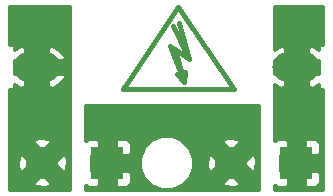
<source format=gbl>
G04 #@! TF.GenerationSoftware,KiCad,Pcbnew,5.0.0-rc2*
G04 #@! TF.CreationDate,2019-06-24T22:39:53-04:00*
G04 #@! TF.ProjectId,pcb,7063622E6B696361645F706362000000,rev?*
G04 #@! TF.SameCoordinates,Original*
G04 #@! TF.FileFunction,Copper,L2,Bot,Signal*
G04 #@! TF.FilePolarity,Positive*
%FSLAX46Y46*%
G04 Gerber Fmt 4.6, Leading zero omitted, Abs format (unit mm)*
G04 Created by KiCad (PCBNEW 5.0.0-rc2) date Mon Jun 24 22:39:53 2019*
%MOMM*%
%LPD*%
G01*
G04 APERTURE LIST*
G04 #@! TA.AperFunction,EtchedComponent*
%ADD10C,0.381000*%
G04 #@! TD*
G04 #@! TA.AperFunction,ComponentPad*
%ADD11O,4.000500X2.499360*%
G04 #@! TD*
G04 #@! TA.AperFunction,ComponentPad*
%ADD12R,2.800000X2.800000*%
G04 #@! TD*
G04 #@! TA.AperFunction,ComponentPad*
%ADD13C,2.800000*%
G04 #@! TD*
G04 #@! TA.AperFunction,Conductor*
%ADD14C,0.254000*%
G04 #@! TD*
G04 APERTURE END LIST*
D10*
G04 #@! TO.C,REF88*
X134699000Y-85794000D02*
X130000000Y-78809000D01*
X125301000Y-85794000D02*
X134699000Y-85794000D01*
X130000000Y-78809000D02*
X125301000Y-85794000D01*
X130497840Y-85199640D02*
X130599440Y-84300480D01*
X129700280Y-82400560D02*
X130497840Y-85199640D01*
X130899160Y-83200660D02*
X129700280Y-82400560D01*
X130099060Y-80200920D02*
X130899160Y-83200660D01*
X130497840Y-85199640D02*
X129898400Y-84501140D01*
X130899160Y-83200660D02*
X129598680Y-80399040D01*
X129298960Y-82100840D02*
X129898400Y-82499620D01*
X130497840Y-85199640D02*
X129298960Y-82100840D01*
G04 #@! TD*
D11*
G04 #@! TO.P,F1,2*
G04 #@! TO.N,+12V*
X118004250Y-83881500D03*
G04 #@! TO.P,F1,1*
G04 #@! TO.N,VCC*
X140005730Y-83881500D03*
G04 #@! TD*
D12*
G04 #@! TO.P,P1,1*
G04 #@! TO.N,GND*
X124000000Y-92000000D03*
D13*
G04 #@! TO.P,P1,2*
G04 #@! TO.N,+12V*
X118500000Y-92000000D03*
G04 #@! TD*
G04 #@! TO.P,P2,2*
G04 #@! TO.N,GND*
X134500000Y-92000000D03*
D12*
G04 #@! TO.P,P2,1*
G04 #@! TO.N,VCC*
X140000000Y-92000000D03*
G04 #@! TD*
D14*
G04 #@! TO.N,GND*
G36*
X136873000Y-94288800D02*
X122127000Y-94288800D01*
X122127000Y-93873002D01*
X122174977Y-93873002D01*
X122240301Y-93938327D01*
X122473690Y-94035000D01*
X123141250Y-94035000D01*
X123300000Y-93876250D01*
X123300000Y-92700000D01*
X124700000Y-92700000D01*
X124700000Y-93876250D01*
X124858750Y-94035000D01*
X125526310Y-94035000D01*
X125759699Y-93938327D01*
X125938327Y-93759698D01*
X126035000Y-93526309D01*
X126035000Y-92858750D01*
X125876250Y-92700000D01*
X124700000Y-92700000D01*
X123300000Y-92700000D01*
X122600000Y-92700000D01*
X122600000Y-91555431D01*
X126765000Y-91555431D01*
X126765000Y-92444569D01*
X127105259Y-93266026D01*
X127733974Y-93894741D01*
X128555431Y-94235000D01*
X129444569Y-94235000D01*
X130266026Y-93894741D01*
X130404541Y-93756226D01*
X133733724Y-93756226D01*
X133918237Y-93991639D01*
X134724689Y-94062666D01*
X135081763Y-93991639D01*
X135266276Y-93756226D01*
X134500000Y-92989949D01*
X133733724Y-93756226D01*
X130404541Y-93756226D01*
X130894741Y-93266026D01*
X131235000Y-92444569D01*
X131235000Y-92224689D01*
X132437334Y-92224689D01*
X132508361Y-92581763D01*
X132743774Y-92766276D01*
X133510051Y-92000000D01*
X135489949Y-92000000D01*
X136256226Y-92766276D01*
X136491639Y-92581763D01*
X136562666Y-91775311D01*
X136491639Y-91418237D01*
X136256226Y-91233724D01*
X135489949Y-92000000D01*
X133510051Y-92000000D01*
X132743774Y-91233724D01*
X132508361Y-91418237D01*
X132437334Y-92224689D01*
X131235000Y-92224689D01*
X131235000Y-91555431D01*
X130894741Y-90733974D01*
X130404541Y-90243774D01*
X133733724Y-90243774D01*
X134500000Y-91010051D01*
X135266276Y-90243774D01*
X135081763Y-90008361D01*
X134275311Y-89937334D01*
X133918237Y-90008361D01*
X133733724Y-90243774D01*
X130404541Y-90243774D01*
X130266026Y-90105259D01*
X129444569Y-89765000D01*
X128555431Y-89765000D01*
X127733974Y-90105259D01*
X127105259Y-90733974D01*
X126765000Y-91555431D01*
X122600000Y-91555431D01*
X122600000Y-91300000D01*
X123300000Y-91300000D01*
X123300000Y-90123750D01*
X124700000Y-90123750D01*
X124700000Y-91300000D01*
X125876250Y-91300000D01*
X126035000Y-91141250D01*
X126035000Y-90473691D01*
X125938327Y-90240302D01*
X125759699Y-90061673D01*
X125526310Y-89965000D01*
X124858750Y-89965000D01*
X124700000Y-90123750D01*
X123300000Y-90123750D01*
X123141250Y-89965000D01*
X122473690Y-89965000D01*
X122240301Y-90061673D01*
X122174977Y-90126998D01*
X122127000Y-90126998D01*
X122127000Y-87127000D01*
X136873000Y-87127000D01*
X136873000Y-94288800D01*
X136873000Y-94288800D01*
G37*
X136873000Y-94288800D02*
X122127000Y-94288800D01*
X122127000Y-93873002D01*
X122174977Y-93873002D01*
X122240301Y-93938327D01*
X122473690Y-94035000D01*
X123141250Y-94035000D01*
X123300000Y-93876250D01*
X123300000Y-92700000D01*
X124700000Y-92700000D01*
X124700000Y-93876250D01*
X124858750Y-94035000D01*
X125526310Y-94035000D01*
X125759699Y-93938327D01*
X125938327Y-93759698D01*
X126035000Y-93526309D01*
X126035000Y-92858750D01*
X125876250Y-92700000D01*
X124700000Y-92700000D01*
X123300000Y-92700000D01*
X122600000Y-92700000D01*
X122600000Y-91555431D01*
X126765000Y-91555431D01*
X126765000Y-92444569D01*
X127105259Y-93266026D01*
X127733974Y-93894741D01*
X128555431Y-94235000D01*
X129444569Y-94235000D01*
X130266026Y-93894741D01*
X130404541Y-93756226D01*
X133733724Y-93756226D01*
X133918237Y-93991639D01*
X134724689Y-94062666D01*
X135081763Y-93991639D01*
X135266276Y-93756226D01*
X134500000Y-92989949D01*
X133733724Y-93756226D01*
X130404541Y-93756226D01*
X130894741Y-93266026D01*
X131235000Y-92444569D01*
X131235000Y-92224689D01*
X132437334Y-92224689D01*
X132508361Y-92581763D01*
X132743774Y-92766276D01*
X133510051Y-92000000D01*
X135489949Y-92000000D01*
X136256226Y-92766276D01*
X136491639Y-92581763D01*
X136562666Y-91775311D01*
X136491639Y-91418237D01*
X136256226Y-91233724D01*
X135489949Y-92000000D01*
X133510051Y-92000000D01*
X132743774Y-91233724D01*
X132508361Y-91418237D01*
X132437334Y-92224689D01*
X131235000Y-92224689D01*
X131235000Y-91555431D01*
X130894741Y-90733974D01*
X130404541Y-90243774D01*
X133733724Y-90243774D01*
X134500000Y-91010051D01*
X135266276Y-90243774D01*
X135081763Y-90008361D01*
X134275311Y-89937334D01*
X133918237Y-90008361D01*
X133733724Y-90243774D01*
X130404541Y-90243774D01*
X130266026Y-90105259D01*
X129444569Y-89765000D01*
X128555431Y-89765000D01*
X127733974Y-90105259D01*
X127105259Y-90733974D01*
X126765000Y-91555431D01*
X122600000Y-91555431D01*
X122600000Y-91300000D01*
X123300000Y-91300000D01*
X123300000Y-90123750D01*
X124700000Y-90123750D01*
X124700000Y-91300000D01*
X125876250Y-91300000D01*
X126035000Y-91141250D01*
X126035000Y-90473691D01*
X125938327Y-90240302D01*
X125759699Y-90061673D01*
X125526310Y-89965000D01*
X124858750Y-89965000D01*
X124700000Y-90123750D01*
X123300000Y-90123750D01*
X123141250Y-89965000D01*
X122473690Y-89965000D01*
X122240301Y-90061673D01*
X122174977Y-90126998D01*
X122127000Y-90126998D01*
X122127000Y-87127000D01*
X136873000Y-87127000D01*
X136873000Y-94288800D01*
G04 #@! TO.N,VCC*
G36*
X142288800Y-82008498D02*
X141898730Y-82008498D01*
X141898730Y-82451813D01*
X141287067Y-82125638D01*
X141005855Y-82222975D01*
X141005855Y-83256660D01*
X141898730Y-83256660D01*
X141898730Y-84506340D01*
X141005855Y-84506340D01*
X141005855Y-85540025D01*
X141287067Y-85637362D01*
X141898730Y-85311187D01*
X141898730Y-85754502D01*
X142288800Y-85754502D01*
X142288801Y-94288800D01*
X138127000Y-94288800D01*
X138127000Y-93873002D01*
X138174977Y-93873002D01*
X138240301Y-93938327D01*
X138473690Y-94035000D01*
X139141250Y-94035000D01*
X139300000Y-93876250D01*
X139300000Y-92700000D01*
X140700000Y-92700000D01*
X140700000Y-93876250D01*
X140858750Y-94035000D01*
X141526310Y-94035000D01*
X141759699Y-93938327D01*
X141938327Y-93759698D01*
X142035000Y-93526309D01*
X142035000Y-92858750D01*
X141876250Y-92700000D01*
X140700000Y-92700000D01*
X139300000Y-92700000D01*
X138600000Y-92700000D01*
X138600000Y-91300000D01*
X139300000Y-91300000D01*
X139300000Y-90123750D01*
X140700000Y-90123750D01*
X140700000Y-91300000D01*
X141876250Y-91300000D01*
X142035000Y-91141250D01*
X142035000Y-90473691D01*
X141938327Y-90240302D01*
X141759699Y-90061673D01*
X141526310Y-89965000D01*
X140858750Y-89965000D01*
X140700000Y-90123750D01*
X139300000Y-90123750D01*
X139141250Y-89965000D01*
X138473690Y-89965000D01*
X138240301Y-90061673D01*
X138174977Y-90126998D01*
X138127000Y-90126998D01*
X138127000Y-85318797D01*
X138724393Y-85637362D01*
X139005605Y-85540025D01*
X139005605Y-84506340D01*
X138127000Y-84506340D01*
X138127000Y-83256660D01*
X139005605Y-83256660D01*
X139005605Y-82222975D01*
X138724393Y-82125638D01*
X138127000Y-82444203D01*
X138127000Y-78711200D01*
X142288800Y-78711200D01*
X142288800Y-82008498D01*
X142288800Y-82008498D01*
G37*
X142288800Y-82008498D02*
X141898730Y-82008498D01*
X141898730Y-82451813D01*
X141287067Y-82125638D01*
X141005855Y-82222975D01*
X141005855Y-83256660D01*
X141898730Y-83256660D01*
X141898730Y-84506340D01*
X141005855Y-84506340D01*
X141005855Y-85540025D01*
X141287067Y-85637362D01*
X141898730Y-85311187D01*
X141898730Y-85754502D01*
X142288800Y-85754502D01*
X142288801Y-94288800D01*
X138127000Y-94288800D01*
X138127000Y-93873002D01*
X138174977Y-93873002D01*
X138240301Y-93938327D01*
X138473690Y-94035000D01*
X139141250Y-94035000D01*
X139300000Y-93876250D01*
X139300000Y-92700000D01*
X140700000Y-92700000D01*
X140700000Y-93876250D01*
X140858750Y-94035000D01*
X141526310Y-94035000D01*
X141759699Y-93938327D01*
X141938327Y-93759698D01*
X142035000Y-93526309D01*
X142035000Y-92858750D01*
X141876250Y-92700000D01*
X140700000Y-92700000D01*
X139300000Y-92700000D01*
X138600000Y-92700000D01*
X138600000Y-91300000D01*
X139300000Y-91300000D01*
X139300000Y-90123750D01*
X140700000Y-90123750D01*
X140700000Y-91300000D01*
X141876250Y-91300000D01*
X142035000Y-91141250D01*
X142035000Y-90473691D01*
X141938327Y-90240302D01*
X141759699Y-90061673D01*
X141526310Y-89965000D01*
X140858750Y-89965000D01*
X140700000Y-90123750D01*
X139300000Y-90123750D01*
X139141250Y-89965000D01*
X138473690Y-89965000D01*
X138240301Y-90061673D01*
X138174977Y-90126998D01*
X138127000Y-90126998D01*
X138127000Y-85318797D01*
X138724393Y-85637362D01*
X139005605Y-85540025D01*
X139005605Y-84506340D01*
X138127000Y-84506340D01*
X138127000Y-83256660D01*
X139005605Y-83256660D01*
X139005605Y-82222975D01*
X138724393Y-82125638D01*
X138127000Y-82444203D01*
X138127000Y-78711200D01*
X142288800Y-78711200D01*
X142288800Y-82008498D01*
G04 #@! TO.N,+12V*
G36*
X120873000Y-94288800D02*
X115711199Y-94288800D01*
X115711199Y-93756226D01*
X117733724Y-93756226D01*
X117918237Y-93991639D01*
X118724689Y-94062666D01*
X119081763Y-93991639D01*
X119266276Y-93756226D01*
X118500000Y-92989949D01*
X117733724Y-93756226D01*
X115711199Y-93756226D01*
X115711199Y-92224689D01*
X116437334Y-92224689D01*
X116508361Y-92581763D01*
X116743774Y-92766276D01*
X117510051Y-92000000D01*
X119489949Y-92000000D01*
X120256226Y-92766276D01*
X120491639Y-92581763D01*
X120562666Y-91775311D01*
X120491639Y-91418237D01*
X120256226Y-91233724D01*
X119489949Y-92000000D01*
X117510051Y-92000000D01*
X116743774Y-91233724D01*
X116508361Y-91418237D01*
X116437334Y-92224689D01*
X115711199Y-92224689D01*
X115711199Y-90243774D01*
X117733724Y-90243774D01*
X118500000Y-91010051D01*
X119266276Y-90243774D01*
X119081763Y-90008361D01*
X118275311Y-89937334D01*
X117918237Y-90008361D01*
X117733724Y-90243774D01*
X115711199Y-90243774D01*
X115711200Y-85754502D01*
X116111250Y-85754502D01*
X116111250Y-85311187D01*
X116722913Y-85637362D01*
X117004125Y-85540025D01*
X117004125Y-84506340D01*
X119004375Y-84506340D01*
X119004375Y-85540025D01*
X119285587Y-85637362D01*
X119917124Y-85300589D01*
X120413269Y-84776801D01*
X120363673Y-84506340D01*
X119004375Y-84506340D01*
X117004125Y-84506340D01*
X116111250Y-84506340D01*
X116111250Y-83256660D01*
X117004125Y-83256660D01*
X117004125Y-82222975D01*
X119004375Y-82222975D01*
X119004375Y-83256660D01*
X120363673Y-83256660D01*
X120413269Y-82986199D01*
X119917124Y-82462411D01*
X119285587Y-82125638D01*
X119004375Y-82222975D01*
X117004125Y-82222975D01*
X116722913Y-82125638D01*
X116111250Y-82451813D01*
X116111250Y-82008498D01*
X115711200Y-82008498D01*
X115711200Y-78711200D01*
X120873000Y-78711200D01*
X120873000Y-94288800D01*
X120873000Y-94288800D01*
G37*
X120873000Y-94288800D02*
X115711199Y-94288800D01*
X115711199Y-93756226D01*
X117733724Y-93756226D01*
X117918237Y-93991639D01*
X118724689Y-94062666D01*
X119081763Y-93991639D01*
X119266276Y-93756226D01*
X118500000Y-92989949D01*
X117733724Y-93756226D01*
X115711199Y-93756226D01*
X115711199Y-92224689D01*
X116437334Y-92224689D01*
X116508361Y-92581763D01*
X116743774Y-92766276D01*
X117510051Y-92000000D01*
X119489949Y-92000000D01*
X120256226Y-92766276D01*
X120491639Y-92581763D01*
X120562666Y-91775311D01*
X120491639Y-91418237D01*
X120256226Y-91233724D01*
X119489949Y-92000000D01*
X117510051Y-92000000D01*
X116743774Y-91233724D01*
X116508361Y-91418237D01*
X116437334Y-92224689D01*
X115711199Y-92224689D01*
X115711199Y-90243774D01*
X117733724Y-90243774D01*
X118500000Y-91010051D01*
X119266276Y-90243774D01*
X119081763Y-90008361D01*
X118275311Y-89937334D01*
X117918237Y-90008361D01*
X117733724Y-90243774D01*
X115711199Y-90243774D01*
X115711200Y-85754502D01*
X116111250Y-85754502D01*
X116111250Y-85311187D01*
X116722913Y-85637362D01*
X117004125Y-85540025D01*
X117004125Y-84506340D01*
X119004375Y-84506340D01*
X119004375Y-85540025D01*
X119285587Y-85637362D01*
X119917124Y-85300589D01*
X120413269Y-84776801D01*
X120363673Y-84506340D01*
X119004375Y-84506340D01*
X117004125Y-84506340D01*
X116111250Y-84506340D01*
X116111250Y-83256660D01*
X117004125Y-83256660D01*
X117004125Y-82222975D01*
X119004375Y-82222975D01*
X119004375Y-83256660D01*
X120363673Y-83256660D01*
X120413269Y-82986199D01*
X119917124Y-82462411D01*
X119285587Y-82125638D01*
X119004375Y-82222975D01*
X117004125Y-82222975D01*
X116722913Y-82125638D01*
X116111250Y-82451813D01*
X116111250Y-82008498D01*
X115711200Y-82008498D01*
X115711200Y-78711200D01*
X120873000Y-78711200D01*
X120873000Y-94288800D01*
G04 #@! TD*
M02*

</source>
